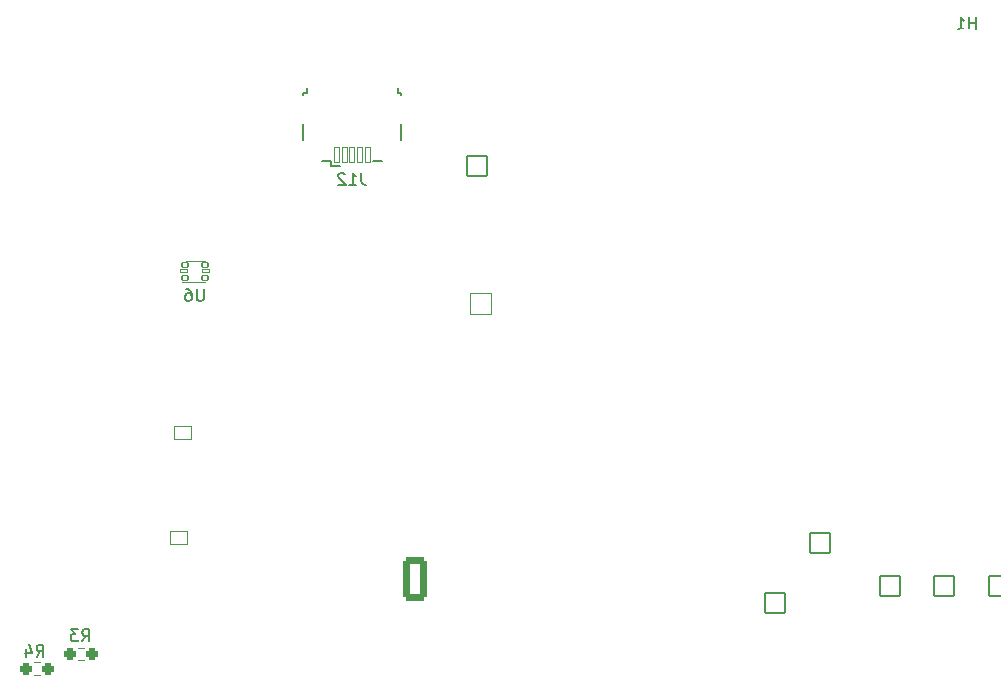
<source format=gbr>
%TF.GenerationSoftware,KiCad,Pcbnew,7.0.5*%
%TF.CreationDate,2023-07-07T07:55:25+07:00*%
%TF.ProjectId,THUC_TAPP,54485543-5f54-4415-9050-2e6b69636164,rev?*%
%TF.SameCoordinates,Original*%
%TF.FileFunction,Legend,Bot*%
%TF.FilePolarity,Positive*%
%FSLAX46Y46*%
G04 Gerber Fmt 4.6, Leading zero omitted, Abs format (unit mm)*
G04 Created by KiCad (PCBNEW 7.0.5) date 2023-07-07 07:55:25*
%MOMM*%
%LPD*%
G01*
G04 APERTURE LIST*
G04 Aperture macros list*
%AMRoundRect*
0 Rectangle with rounded corners*
0 $1 Rounding radius*
0 $2 $3 $4 $5 $6 $7 $8 $9 X,Y pos of 4 corners*
0 Add a 4 corners polygon primitive as box body*
4,1,4,$2,$3,$4,$5,$6,$7,$8,$9,$2,$3,0*
0 Add four circle primitives for the rounded corners*
1,1,$1+$1,$2,$3*
1,1,$1+$1,$4,$5*
1,1,$1+$1,$6,$7*
1,1,$1+$1,$8,$9*
0 Add four rect primitives between the rounded corners*
20,1,$1+$1,$2,$3,$4,$5,0*
20,1,$1+$1,$4,$5,$6,$7,0*
20,1,$1+$1,$6,$7,$8,$9,0*
20,1,$1+$1,$8,$9,$2,$3,0*%
G04 Aperture macros list end*
%ADD10C,0.150000*%
%ADD11C,0.120000*%
%ADD12C,1.601600*%
%ADD13RoundRect,0.050800X0.850000X-0.850000X0.850000X0.850000X-0.850000X0.850000X-0.850000X-0.850000X0*%
%ADD14C,1.801600*%
%ADD15RoundRect,0.050800X-0.850000X-0.850000X0.850000X-0.850000X0.850000X0.850000X-0.850000X0.850000X0*%
%ADD16O,1.801600X1.801600*%
%ADD17C,5.711600*%
%ADD18RoundRect,0.050800X0.750000X-0.525000X0.750000X0.525000X-0.750000X0.525000X-0.750000X-0.525000X0*%
%ADD19O,1.601600X1.151600*%
%ADD20C,5.101600*%
%ADD21RoundRect,0.050800X0.850000X0.850000X-0.850000X0.850000X-0.850000X-0.850000X0.850000X-0.850000X0*%
%ADD22RoundRect,0.050800X-0.750000X0.525000X-0.750000X-0.525000X0.750000X-0.525000X0.750000X0.525000X0*%
%ADD23RoundRect,0.300800X-0.750000X-1.550000X0.750000X-1.550000X0.750000X1.550000X-0.750000X1.550000X0*%
%ADD24O,2.101600X3.701600*%
%ADD25RoundRect,0.050800X-0.900000X0.900000X-0.900000X-0.900000X0.900000X-0.900000X0.900000X0.900000X0*%
%ADD26O,1.901600X1.901600*%
%ADD27RoundRect,0.288300X0.250000X0.237500X-0.250000X0.237500X-0.250000X-0.237500X0.250000X-0.237500X0*%
%ADD28RoundRect,0.050800X-0.250000X-0.187500X0.250000X-0.187500X0.250000X0.187500X-0.250000X0.187500X0*%
%ADD29RoundRect,0.050800X-0.325000X-0.150000X0.325000X-0.150000X0.325000X0.150000X-0.325000X0.150000X0*%
%ADD30C,0.801600*%
%ADD31RoundRect,0.050800X-0.225000X-0.650000X0.225000X-0.650000X0.225000X0.650000X-0.225000X0.650000X0*%
%ADD32C,1.901600*%
%ADD33C,2.101600*%
G04 APERTURE END LIST*
D10*
%TO.C,R3*%
X127078866Y-97798619D02*
X127412199Y-97322428D01*
X127650294Y-97798619D02*
X127650294Y-96798619D01*
X127650294Y-96798619D02*
X127269342Y-96798619D01*
X127269342Y-96798619D02*
X127174104Y-96846238D01*
X127174104Y-96846238D02*
X127126485Y-96893857D01*
X127126485Y-96893857D02*
X127078866Y-96989095D01*
X127078866Y-96989095D02*
X127078866Y-97131952D01*
X127078866Y-97131952D02*
X127126485Y-97227190D01*
X127126485Y-97227190D02*
X127174104Y-97274809D01*
X127174104Y-97274809D02*
X127269342Y-97322428D01*
X127269342Y-97322428D02*
X127650294Y-97322428D01*
X126745532Y-96798619D02*
X126126485Y-96798619D01*
X126126485Y-96798619D02*
X126459818Y-97179571D01*
X126459818Y-97179571D02*
X126316961Y-97179571D01*
X126316961Y-97179571D02*
X126221723Y-97227190D01*
X126221723Y-97227190D02*
X126174104Y-97274809D01*
X126174104Y-97274809D02*
X126126485Y-97370047D01*
X126126485Y-97370047D02*
X126126485Y-97608142D01*
X126126485Y-97608142D02*
X126174104Y-97703380D01*
X126174104Y-97703380D02*
X126221723Y-97751000D01*
X126221723Y-97751000D02*
X126316961Y-97798619D01*
X126316961Y-97798619D02*
X126602675Y-97798619D01*
X126602675Y-97798619D02*
X126697913Y-97751000D01*
X126697913Y-97751000D02*
X126745532Y-97703380D01*
%TO.C,U6*%
X137361904Y-67974819D02*
X137361904Y-68784342D01*
X137361904Y-68784342D02*
X137314285Y-68879580D01*
X137314285Y-68879580D02*
X137266666Y-68927200D01*
X137266666Y-68927200D02*
X137171428Y-68974819D01*
X137171428Y-68974819D02*
X136980952Y-68974819D01*
X136980952Y-68974819D02*
X136885714Y-68927200D01*
X136885714Y-68927200D02*
X136838095Y-68879580D01*
X136838095Y-68879580D02*
X136790476Y-68784342D01*
X136790476Y-68784342D02*
X136790476Y-67974819D01*
X135885714Y-67974819D02*
X136076190Y-67974819D01*
X136076190Y-67974819D02*
X136171428Y-68022438D01*
X136171428Y-68022438D02*
X136219047Y-68070057D01*
X136219047Y-68070057D02*
X136314285Y-68212914D01*
X136314285Y-68212914D02*
X136361904Y-68403390D01*
X136361904Y-68403390D02*
X136361904Y-68784342D01*
X136361904Y-68784342D02*
X136314285Y-68879580D01*
X136314285Y-68879580D02*
X136266666Y-68927200D01*
X136266666Y-68927200D02*
X136171428Y-68974819D01*
X136171428Y-68974819D02*
X135980952Y-68974819D01*
X135980952Y-68974819D02*
X135885714Y-68927200D01*
X135885714Y-68927200D02*
X135838095Y-68879580D01*
X135838095Y-68879580D02*
X135790476Y-68784342D01*
X135790476Y-68784342D02*
X135790476Y-68546247D01*
X135790476Y-68546247D02*
X135838095Y-68451009D01*
X135838095Y-68451009D02*
X135885714Y-68403390D01*
X135885714Y-68403390D02*
X135980952Y-68355771D01*
X135980952Y-68355771D02*
X136171428Y-68355771D01*
X136171428Y-68355771D02*
X136266666Y-68403390D01*
X136266666Y-68403390D02*
X136314285Y-68451009D01*
X136314285Y-68451009D02*
X136361904Y-68546247D01*
%TO.C,R4*%
X123222866Y-99113619D02*
X123556199Y-98637428D01*
X123794294Y-99113619D02*
X123794294Y-98113619D01*
X123794294Y-98113619D02*
X123413342Y-98113619D01*
X123413342Y-98113619D02*
X123318104Y-98161238D01*
X123318104Y-98161238D02*
X123270485Y-98208857D01*
X123270485Y-98208857D02*
X123222866Y-98304095D01*
X123222866Y-98304095D02*
X123222866Y-98446952D01*
X123222866Y-98446952D02*
X123270485Y-98542190D01*
X123270485Y-98542190D02*
X123318104Y-98589809D01*
X123318104Y-98589809D02*
X123413342Y-98637428D01*
X123413342Y-98637428D02*
X123794294Y-98637428D01*
X122365723Y-98446952D02*
X122365723Y-99113619D01*
X122603818Y-98066000D02*
X122841913Y-98780285D01*
X122841913Y-98780285D02*
X122222866Y-98780285D01*
%TO.C,H1*%
X202772704Y-45972019D02*
X202772704Y-44972019D01*
X202772704Y-45448209D02*
X202201276Y-45448209D01*
X202201276Y-45972019D02*
X202201276Y-44972019D01*
X201201276Y-45972019D02*
X201772704Y-45972019D01*
X201486990Y-45972019D02*
X201486990Y-44972019D01*
X201486990Y-44972019D02*
X201582228Y-45114876D01*
X201582228Y-45114876D02*
X201677466Y-45210114D01*
X201677466Y-45210114D02*
X201772704Y-45257733D01*
%TO.C,J12*%
X150719523Y-58154819D02*
X150719523Y-58869104D01*
X150719523Y-58869104D02*
X150767142Y-59011961D01*
X150767142Y-59011961D02*
X150862380Y-59107200D01*
X150862380Y-59107200D02*
X151005237Y-59154819D01*
X151005237Y-59154819D02*
X151100475Y-59154819D01*
X149719523Y-59154819D02*
X150290951Y-59154819D01*
X150005237Y-59154819D02*
X150005237Y-58154819D01*
X150005237Y-58154819D02*
X150100475Y-58297676D01*
X150100475Y-58297676D02*
X150195713Y-58392914D01*
X150195713Y-58392914D02*
X150290951Y-58440533D01*
X149338570Y-58250057D02*
X149290951Y-58202438D01*
X149290951Y-58202438D02*
X149195713Y-58154819D01*
X149195713Y-58154819D02*
X148957618Y-58154819D01*
X148957618Y-58154819D02*
X148862380Y-58202438D01*
X148862380Y-58202438D02*
X148814761Y-58250057D01*
X148814761Y-58250057D02*
X148767142Y-58345295D01*
X148767142Y-58345295D02*
X148767142Y-58440533D01*
X148767142Y-58440533D02*
X148814761Y-58583390D01*
X148814761Y-58583390D02*
X149386189Y-59154819D01*
X149386189Y-59154819D02*
X148767142Y-59154819D01*
D11*
%TO.C,R3*%
X127222224Y-99392500D02*
X126712776Y-99392500D01*
X127222224Y-98347500D02*
X126712776Y-98347500D01*
%TO.C,U6*%
X135847400Y-65566700D02*
X137447400Y-65566700D01*
X137447400Y-67366700D02*
X135547400Y-67366700D01*
%TO.C,R4*%
X123512224Y-100642500D02*
X123002776Y-100642500D01*
X123512224Y-99597500D02*
X123002776Y-99597500D01*
D10*
%TO.C,J12*%
X145800000Y-51420000D02*
X146100000Y-51420000D01*
X145800000Y-51570000D02*
X145800000Y-51420000D01*
X145800000Y-55370000D02*
X145800000Y-53970000D01*
X146100000Y-51420000D02*
X146100000Y-50970000D01*
X148150000Y-57120000D02*
X147425000Y-57120000D01*
X148150000Y-57545000D02*
X148150000Y-57120000D01*
X148875000Y-57545000D02*
X148150000Y-57545000D01*
X151750000Y-57120000D02*
X152475000Y-57120000D01*
X153800000Y-50970000D02*
X153800000Y-51420000D01*
X153800000Y-51420000D02*
X154100000Y-51420000D01*
X154100000Y-51420000D02*
X154100000Y-51570000D01*
X154100000Y-53970000D02*
X154100000Y-55370000D01*
%TD*%
%LPC*%
D12*
%TO.C,Y1*%
X208670000Y-63090000D03*
X203790000Y-63090000D03*
%TD*%
D13*
%TO.C,U2*%
X160498800Y-57571200D03*
D14*
X160498800Y-55031200D03*
X163038800Y-57571200D03*
X163038800Y-55031200D03*
X165578800Y-57571200D03*
X165578800Y-55031200D03*
X168118800Y-57571200D03*
X168118800Y-55031200D03*
%TD*%
D15*
%TO.C,J7*%
X214092800Y-78201700D03*
D16*
X214092800Y-80741700D03*
X214092800Y-83281700D03*
X214092800Y-85821700D03*
%TD*%
D17*
%TO.C,H4*%
X111129600Y-48717200D03*
%TD*%
D18*
%TO.C,Q2*%
X135658800Y-80143200D03*
D19*
X135658800Y-78873200D03*
X135658800Y-77603200D03*
%TD*%
D20*
%TO.C,H2*%
X111129600Y-104902000D03*
%TD*%
D21*
%TO.C,J5*%
X204747300Y-93146700D03*
D16*
X204747300Y-90606700D03*
%TD*%
D21*
%TO.C,J11*%
X108374800Y-66427200D03*
D16*
X108374800Y-63887200D03*
%TD*%
D22*
%TO.C,Q1*%
X135298800Y-89030000D03*
D19*
X135298800Y-90300000D03*
X135298800Y-91570000D03*
%TD*%
D20*
%TO.C,H3*%
X202010800Y-104902000D03*
%TD*%
D21*
%TO.C,J4*%
X185719550Y-94582950D03*
D16*
X185719550Y-92042950D03*
X185719550Y-89502950D03*
%TD*%
D21*
%TO.C,J2*%
X200097300Y-93146700D03*
D16*
X200097300Y-90606700D03*
%TD*%
D21*
%TO.C,J8*%
X209247300Y-93421700D03*
D16*
X209247300Y-90881700D03*
%TD*%
D15*
%TO.C,J3*%
X189549550Y-89497950D03*
D16*
X189549550Y-92037950D03*
X189549550Y-94577950D03*
%TD*%
D23*
%TO.C,J10*%
X155244800Y-92496200D03*
D24*
X160244800Y-92496200D03*
%TD*%
D21*
%TO.C,J1*%
X195447300Y-93146700D03*
D16*
X195447300Y-90606700D03*
%TD*%
D15*
%TO.C,J9*%
X231067300Y-67481700D03*
D16*
X231067300Y-70021700D03*
X231067300Y-72561700D03*
X231067300Y-75101700D03*
X231067300Y-77641700D03*
X231067300Y-80181700D03*
X231067300Y-82721700D03*
X231067300Y-85261700D03*
%TD*%
D25*
%TO.C,U3*%
X160862800Y-69222200D03*
D26*
X164562800Y-70922200D03*
X160862800Y-72622200D03*
X164562800Y-74322200D03*
X160862800Y-76022200D03*
%TD*%
D21*
%TO.C,J6*%
X213963550Y-93464950D03*
D16*
X213963550Y-90924950D03*
%TD*%
D27*
%TO.C,R3*%
X127880000Y-98870000D03*
X126055000Y-98870000D03*
%TD*%
D28*
%TO.C,U6*%
X135797400Y-67004200D03*
D29*
X135722400Y-66466700D03*
D28*
X135797400Y-65929200D03*
X137497400Y-65929200D03*
D29*
X137572400Y-66466700D03*
D28*
X137497400Y-67004200D03*
%TD*%
D27*
%TO.C,R4*%
X124170000Y-100120000D03*
X122345000Y-100120000D03*
%TD*%
D17*
%TO.C,H1*%
X202010800Y-48717200D03*
%TD*%
D30*
%TO.C,J12*%
X147450000Y-55520000D03*
X152450000Y-55520000D03*
D31*
X148650000Y-56620000D03*
X149300000Y-56620000D03*
X149950000Y-56620000D03*
X150600000Y-56620000D03*
X151250000Y-56620000D03*
D32*
X146075000Y-52770000D03*
D33*
X146225000Y-56570000D03*
X153675000Y-56570000D03*
D32*
X153825000Y-52770000D03*
%TD*%
%LPD*%
M02*

</source>
